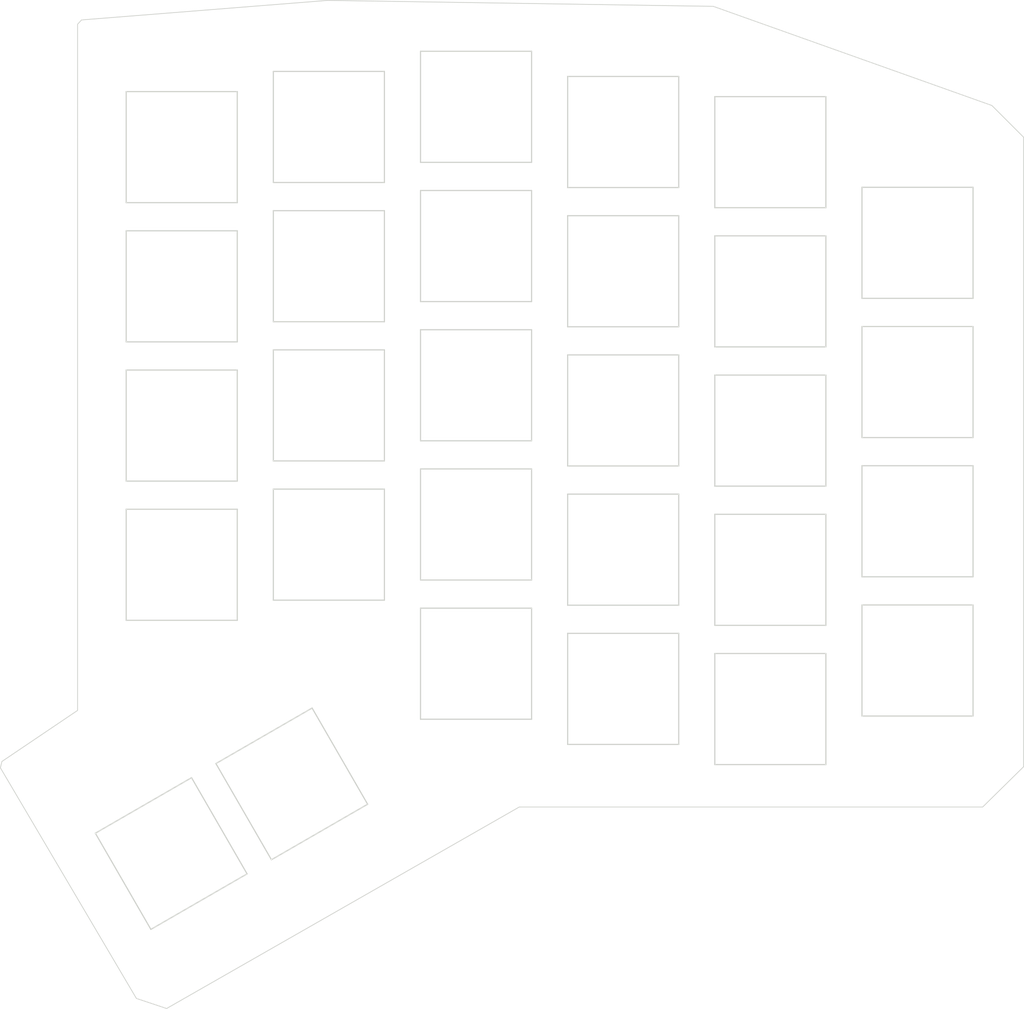
<source format=kicad_pcb>
(kicad_pcb (version 20171130) (host pcbnew 5.1.5+dfsg1-2build2)

  (general
    (thickness 1.6)
    (drawings 1)
    (tracks 0)
    (zones 0)
    (modules 34)
    (nets 1)
  )

  (page A4)
  (layers
    (0 F.Cu signal)
    (31 B.Cu signal)
    (32 B.Adhes user)
    (33 F.Adhes user)
    (34 B.Paste user)
    (35 F.Paste user)
    (36 B.SilkS user)
    (37 F.SilkS user)
    (38 B.Mask user)
    (39 F.Mask user)
    (40 Dwgs.User user)
    (41 Cmts.User user)
    (42 Eco1.User user)
    (43 Eco2.User user)
    (44 Edge.Cuts user)
    (45 Margin user)
    (46 B.CrtYd user)
    (47 F.CrtYd user)
    (48 B.Fab user)
    (49 F.Fab user)
  )

  (setup
    (last_trace_width 0.25)
    (user_trace_width 0.25)
    (user_trace_width 0.499975)
    (trace_clearance 0.2)
    (zone_clearance 0.508)
    (zone_45_only no)
    (trace_min 0.2)
    (via_size 0.8)
    (via_drill 0.4)
    (via_min_size 0.4)
    (via_min_drill 0.3)
    (uvia_size 0.3)
    (uvia_drill 0.1)
    (uvias_allowed no)
    (uvia_min_size 0.2)
    (uvia_min_drill 0.1)
    (edge_width 0.1)
    (segment_width 0.2)
    (pcb_text_width 0.3)
    (pcb_text_size 1.5 1.5)
    (mod_edge_width 0.15)
    (mod_text_size 1 1)
    (mod_text_width 0.15)
    (pad_size 2.2 2.2)
    (pad_drill 2.2)
    (pad_to_mask_clearance 0)
    (aux_axis_origin 0 0)
    (visible_elements FFFFFF7F)
    (pcbplotparams
      (layerselection 0x010fc_ffffffff)
      (usegerberextensions true)
      (usegerberattributes false)
      (usegerberadvancedattributes false)
      (creategerberjobfile false)
      (excludeedgelayer true)
      (linewidth 0.100000)
      (plotframeref false)
      (viasonmask false)
      (mode 1)
      (useauxorigin false)
      (hpglpennumber 1)
      (hpglpenspeed 20)
      (hpglpendiameter 15.000000)
      (psnegative false)
      (psa4output false)
      (plotreference true)
      (plotvalue true)
      (plotinvisibletext false)
      (padsonsilk false)
      (subtractmaskfromsilk true)
      (outputformat 1)
      (mirror false)
      (drillshape 0)
      (scaleselection 1)
      (outputdirectory "egg58-plate-gerber/"))
  )

  (net 0 "")

  (net_class Default "This is the default net class."
    (clearance 0.2)
    (trace_width 0.25)
    (via_dia 0.8)
    (via_drill 0.4)
    (uvia_dia 0.3)
    (uvia_drill 0.1)
  )

  (net_class GND ""
    (clearance 0.2)
    (trace_width 0.499975)
    (via_dia 0.8)
    (via_drill 0.4)
    (uvia_dia 0.3)
    (uvia_drill 0.1)
  )

  (net_class VCC ""
    (clearance 0.2)
    (trace_width 0.499975)
    (via_dia 0.8)
    (via_drill 0.4)
    (uvia_dia 0.3)
    (uvia_drill 0.1)
  )

  (module egg58v2:Choc_Hotswap_SK6812MiniE_Switchplate (layer F.Cu) (tedit 622196D5) (tstamp 619C188D)
    (at 198.525 70.89 180)
    (path /61F3A8EB)
    (fp_text reference SW23 (at 6.85 8.45 180) (layer F.SilkS) hide
      (effects (font (size 1 1) (thickness 0.15)))
    )
    (fp_text value SW_PUSH_LED (at -4.95 8.6 180) (layer F.Fab) hide
      (effects (font (size 1 1) (thickness 0.15)))
    )
    (fp_line (start -9.15 5.35) (end -9.15 0.65) (layer F.CrtYd) (width 0.05))
    (fp_line (start -9.15 0.65) (end -9.15 5.35) (layer B.CrtYd) (width 0.05))
    (fp_line (start -7 -7) (end -7 7) (layer Edge.Cuts) (width 0.15))
    (fp_line (start 7 7) (end -7 7) (layer Edge.Cuts) (width 0.15))
    (fp_line (start 7 -7) (end -7 -7) (layer Edge.Cuts) (width 0.15))
    (fp_line (start 7 -7) (end 7 7) (layer Edge.Cuts) (width 0.15))
    (fp_line (start 9.25 8.775) (end -9.25 8.775) (layer Dwgs.User) (width 0.15))
    (fp_line (start -9.25 8.775) (end -9.25 -8.775) (layer Dwgs.User) (width 0.15))
    (fp_line (start -9.25 -8.775) (end 9.25 -8.775) (layer Dwgs.User) (width 0.15))
    (fp_line (start 9.25 -8.775) (end 9.25 8.775) (layer Dwgs.User) (width 0.15))
  )

  (module egg58v2:Choc_Hotswap_SK6812MiniE_Switchplate (layer B.Cu) (tedit 622196D5) (tstamp 619BDDFA)
    (at 142.875 55.245)
    (path /61F26578)
    (fp_text reference SW16 (at 0 -8 180) (layer B.SilkS) hide
      (effects (font (size 1 1) (thickness 0.15)) (justify mirror))
    )
    (fp_text value SW_PUSH_LED (at 0 -2.5 180) (layer B.Fab) hide
      (effects (font (size 1 1) (thickness 0.15)) (justify mirror))
    )
    (fp_line (start -9.15 -5.35) (end -9.15 -0.65) (layer B.CrtYd) (width 0.05))
    (fp_line (start -9.15 -0.65) (end -9.15 -5.35) (layer F.CrtYd) (width 0.05))
    (fp_line (start -7 7) (end -7 -7) (layer Edge.Cuts) (width 0.15))
    (fp_line (start 7 -7) (end -7 -7) (layer Edge.Cuts) (width 0.15))
    (fp_line (start 7 7) (end -7 7) (layer Edge.Cuts) (width 0.15))
    (fp_line (start 7 7) (end 7 -7) (layer Edge.Cuts) (width 0.15))
    (fp_line (start 9.25 -8.775) (end -9.25 -8.775) (layer Dwgs.User) (width 0.15))
    (fp_line (start -9.25 -8.775) (end -9.25 8.775) (layer Dwgs.User) (width 0.15))
    (fp_line (start -9.25 8.775) (end 9.25 8.775) (layer Dwgs.User) (width 0.15))
    (fp_line (start 9.25 8.775) (end 9.25 -8.775) (layer Dwgs.User) (width 0.15))
  )

  (module egg58v2:Choc_Hotswap_SK6812MiniE_Switchplate (layer F.Cu) (tedit 622196D5) (tstamp 619C15CE)
    (at 217.075 73.43 180)
    (path /61F3A8DA)
    (fp_text reference SW22 (at 6.85 8.45 180) (layer F.SilkS) hide
      (effects (font (size 1 1) (thickness 0.15)))
    )
    (fp_text value SW_PUSH_LED (at -4.95 8.6 180) (layer F.Fab) hide
      (effects (font (size 1 1) (thickness 0.15)))
    )
    (fp_line (start -9.15 5.35) (end -9.15 0.65) (layer F.CrtYd) (width 0.05))
    (fp_line (start -9.15 0.65) (end -9.15 5.35) (layer B.CrtYd) (width 0.05))
    (fp_line (start -7 -7) (end -7 7) (layer Edge.Cuts) (width 0.15))
    (fp_line (start 7 7) (end -7 7) (layer Edge.Cuts) (width 0.15))
    (fp_line (start 7 -7) (end -7 -7) (layer Edge.Cuts) (width 0.15))
    (fp_line (start 7 -7) (end 7 7) (layer Edge.Cuts) (width 0.15))
    (fp_line (start 9.25 8.775) (end -9.25 8.775) (layer Dwgs.User) (width 0.15))
    (fp_line (start -9.25 8.775) (end -9.25 -8.775) (layer Dwgs.User) (width 0.15))
    (fp_line (start -9.25 -8.775) (end 9.25 -8.775) (layer Dwgs.User) (width 0.15))
    (fp_line (start 9.25 -8.775) (end 9.25 8.775) (layer Dwgs.User) (width 0.15))
  )

  (module egg58v2:Choc_Hotswap_SK6812MiniE_Switchplate (layer F.Cu) (tedit 622196D5) (tstamp 619C178C)
    (at 161.425 105.355 180)
    (path /61F512E5)
    (fp_text reference SW45 (at 6.85 8.45 180) (layer F.SilkS) hide
      (effects (font (size 1 1) (thickness 0.15)))
    )
    (fp_text value SW_PUSH_LED (at -4.95 8.6 180) (layer F.Fab) hide
      (effects (font (size 1 1) (thickness 0.15)))
    )
    (fp_line (start -9.15 5.35) (end -9.15 0.65) (layer F.CrtYd) (width 0.05))
    (fp_line (start -9.15 0.65) (end -9.15 5.35) (layer B.CrtYd) (width 0.05))
    (fp_line (start -7 -7) (end -7 7) (layer Edge.Cuts) (width 0.15))
    (fp_line (start 7 7) (end -7 7) (layer Edge.Cuts) (width 0.15))
    (fp_line (start 7 -7) (end -7 -7) (layer Edge.Cuts) (width 0.15))
    (fp_line (start 7 -7) (end 7 7) (layer Edge.Cuts) (width 0.15))
    (fp_line (start 9.25 8.775) (end -9.25 8.775) (layer Dwgs.User) (width 0.15))
    (fp_line (start -9.25 8.775) (end -9.25 -8.775) (layer Dwgs.User) (width 0.15))
    (fp_line (start -9.25 -8.775) (end 9.25 -8.775) (layer Dwgs.User) (width 0.15))
    (fp_line (start 9.25 -8.775) (end 9.25 8.775) (layer Dwgs.User) (width 0.15))
  )

  (module egg58v2:Choc_Hotswap_SK6812MiniE_Switchplate (layer B.Cu) (tedit 622196D5) (tstamp 619C0E6B)
    (at 161.425 52.705)
    (path /61F16AA5)
    (fp_text reference SW15 (at 6.85 -8.45 180) (layer B.SilkS) hide
      (effects (font (size 1 1) (thickness 0.15)) (justify mirror))
    )
    (fp_text value SW_PUSH_LED (at -4.95 -8.6 180) (layer B.Fab) hide
      (effects (font (size 1 1) (thickness 0.15)) (justify mirror))
    )
    (fp_line (start -9.15 -5.35) (end -9.15 -0.65) (layer B.CrtYd) (width 0.05))
    (fp_line (start -9.15 -0.65) (end -9.15 -5.35) (layer F.CrtYd) (width 0.05))
    (fp_line (start -7 7) (end -7 -7) (layer Edge.Cuts) (width 0.15))
    (fp_line (start 7 -7) (end -7 -7) (layer Edge.Cuts) (width 0.15))
    (fp_line (start 7 7) (end -7 7) (layer Edge.Cuts) (width 0.15))
    (fp_line (start 7 7) (end 7 -7) (layer Edge.Cuts) (width 0.15))
    (fp_line (start 9.25 -8.775) (end -9.25 -8.775) (layer Dwgs.User) (width 0.15))
    (fp_line (start -9.25 -8.775) (end -9.25 8.775) (layer Dwgs.User) (width 0.15))
    (fp_line (start -9.25 8.775) (end 9.25 8.775) (layer Dwgs.User) (width 0.15))
    (fp_line (start 9.25 8.775) (end 9.25 -8.775) (layer Dwgs.User) (width 0.15))
  )

  (module egg58v2:Choc_Hotswap_SK6812MiniE_Switchplate (layer F.Cu) (tedit 622196D5) (tstamp 619C16AD)
    (at 141.548975 144.294846 120)
    (path /61F659A4)
    (fp_text reference SW56 (at 6.85 8.45 120) (layer F.SilkS) hide
      (effects (font (size 1 1) (thickness 0.15)))
    )
    (fp_text value SW_PUSH_LED (at -4.95 8.599999 120) (layer F.Fab) hide
      (effects (font (size 1 1) (thickness 0.15)))
    )
    (fp_line (start -9.15 5.35) (end -9.15 0.65) (layer F.CrtYd) (width 0.05))
    (fp_line (start -9.15 0.65) (end -9.15 5.35) (layer B.CrtYd) (width 0.05))
    (fp_line (start -7 -7) (end -7 7) (layer Edge.Cuts) (width 0.15))
    (fp_line (start 7 7) (end -7 7) (layer Edge.Cuts) (width 0.15))
    (fp_line (start 7 -7) (end -7 -7) (layer Edge.Cuts) (width 0.15))
    (fp_line (start 7 -7) (end 7 7) (layer Edge.Cuts) (width 0.15))
    (fp_line (start 9.25 8.775) (end -9.25 8.775) (layer Dwgs.User) (width 0.15))
    (fp_line (start -9.25 8.775) (end -9.25 -8.775) (layer Dwgs.User) (width 0.15))
    (fp_line (start -9.25 -8.775) (end 9.25 -8.775) (layer Dwgs.User) (width 0.15))
    (fp_line (start 9.25 -8.775) (end 9.25 8.775) (layer Dwgs.User) (width 0.15))
  )

  (module egg58v2:Choc_Hotswap_SK6812MiniE_Switchplate (layer F.Cu) (tedit 622196D5) (tstamp 61EEF04E)
    (at 235.625 119.96 180)
    (path /61F512A8)
    (fp_text reference SW41 (at 0 8.5 180) (layer F.SilkS) hide
      (effects (font (size 1 1) (thickness 0.15)))
    )
    (fp_text value SW_PUSH_LED (at 0 10.5 180) (layer F.Fab) hide
      (effects (font (size 1 1) (thickness 0.15)))
    )
    (fp_line (start -9.15 5.35) (end -9.15 0.65) (layer F.CrtYd) (width 0.05))
    (fp_line (start -9.15 0.65) (end -9.15 5.35) (layer B.CrtYd) (width 0.05))
    (fp_line (start -7 -7) (end -7 7) (layer Edge.Cuts) (width 0.15))
    (fp_line (start 7 7) (end -7 7) (layer Edge.Cuts) (width 0.15))
    (fp_line (start 7 -7) (end -7 -7) (layer Edge.Cuts) (width 0.15))
    (fp_line (start 7 -7) (end 7 7) (layer Edge.Cuts) (width 0.15))
    (fp_line (start 9.25 8.775) (end -9.25 8.775) (layer Dwgs.User) (width 0.15))
    (fp_line (start -9.25 8.775) (end -9.25 -8.775) (layer Dwgs.User) (width 0.15))
    (fp_line (start -9.25 -8.775) (end 9.25 -8.775) (layer Dwgs.User) (width 0.15))
    (fp_line (start 9.25 -8.775) (end 9.25 8.775) (layer Dwgs.User) (width 0.15))
  )

  (module egg58v2:Choc_Hotswap_SK6812MiniE_Switchplate (layer B.Cu) (tedit 622196D5) (tstamp 61EEACEF)
    (at 235.625 67.30958)
    (path /621F1397)
    (fp_text reference SW11 (at 0 -8.5 180) (layer B.SilkS) hide
      (effects (font (size 1 1) (thickness 0.15)) (justify mirror))
    )
    (fp_text value SW_PUSH_LED (at 0 -10.5 180) (layer B.Fab) hide
      (effects (font (size 1 1) (thickness 0.15)) (justify mirror))
    )
    (fp_line (start -9.15 -5.35) (end -9.15 -0.65) (layer B.CrtYd) (width 0.05))
    (fp_line (start -9.15 -0.65) (end -9.15 -5.35) (layer F.CrtYd) (width 0.05))
    (fp_line (start -7 7) (end -7 -7) (layer Edge.Cuts) (width 0.15))
    (fp_line (start 7 -7) (end -7 -7) (layer Edge.Cuts) (width 0.15))
    (fp_line (start 7 7) (end -7 7) (layer Edge.Cuts) (width 0.15))
    (fp_line (start 7 7) (end 7 -7) (layer Edge.Cuts) (width 0.15))
    (fp_line (start 9.25 -8.775) (end -9.25 -8.775) (layer Dwgs.User) (width 0.15))
    (fp_line (start -9.25 -8.775) (end -9.25 8.775) (layer Dwgs.User) (width 0.15))
    (fp_line (start -9.25 8.775) (end 9.25 8.775) (layer Dwgs.User) (width 0.15))
    (fp_line (start 9.25 8.775) (end 9.25 -8.775) (layer Dwgs.User) (width 0.15))
  )

  (module egg58v2:Choc_Hotswap_SK6812MiniE_Switchplate (layer B.Cu) (tedit 622196D5) (tstamp 619C188D)
    (at 198.525 88.44)
    (path /61F48C27)
    (fp_text reference SW33 (at 6.85 -8.45 180) (layer B.SilkS) hide
      (effects (font (size 1 1) (thickness 0.15)) (justify mirror))
    )
    (fp_text value SW_PUSH_LED (at -4.95 -8.6 180) (layer B.Fab) hide
      (effects (font (size 1 1) (thickness 0.15)) (justify mirror))
    )
    (fp_line (start -9.15 -5.35) (end -9.15 -0.65) (layer B.CrtYd) (width 0.05))
    (fp_line (start -9.15 -0.65) (end -9.15 -5.35) (layer F.CrtYd) (width 0.05))
    (fp_line (start -7 7) (end -7 -7) (layer Edge.Cuts) (width 0.15))
    (fp_line (start 7 -7) (end -7 -7) (layer Edge.Cuts) (width 0.15))
    (fp_line (start 7 7) (end -7 7) (layer Edge.Cuts) (width 0.15))
    (fp_line (start 7 7) (end 7 -7) (layer Edge.Cuts) (width 0.15))
    (fp_line (start 9.25 -8.775) (end -9.25 -8.775) (layer Dwgs.User) (width 0.15))
    (fp_line (start -9.25 -8.775) (end -9.25 8.775) (layer Dwgs.User) (width 0.15))
    (fp_line (start -9.25 8.775) (end 9.25 8.775) (layer Dwgs.User) (width 0.15))
    (fp_line (start 9.25 8.775) (end 9.25 -8.775) (layer Dwgs.User) (width 0.15))
  )

  (module egg58v2:Choc_Hotswap_SK6812MiniE_Switchplate (layer B.Cu) (tedit 622196D5) (tstamp 619C1A6D)
    (at 179.975 120.365)
    (path /61F6597E)
    (fp_text reference SW54 (at 6.85 -8.45 180) (layer B.SilkS) hide
      (effects (font (size 1 1) (thickness 0.15)) (justify mirror))
    )
    (fp_text value SW_PUSH_LED (at -4.95 -8.6 180) (layer B.Fab) hide
      (effects (font (size 1 1) (thickness 0.15)) (justify mirror))
    )
    (fp_line (start -9.15 -5.35) (end -9.15 -0.65) (layer B.CrtYd) (width 0.05))
    (fp_line (start -9.15 -0.65) (end -9.15 -5.35) (layer F.CrtYd) (width 0.05))
    (fp_line (start -7 7) (end -7 -7) (layer Edge.Cuts) (width 0.15))
    (fp_line (start 7 -7) (end -7 -7) (layer Edge.Cuts) (width 0.15))
    (fp_line (start 7 7) (end -7 7) (layer Edge.Cuts) (width 0.15))
    (fp_line (start 7 7) (end 7 -7) (layer Edge.Cuts) (width 0.15))
    (fp_line (start 9.25 -8.775) (end -9.25 -8.775) (layer Dwgs.User) (width 0.15))
    (fp_line (start -9.25 -8.775) (end -9.25 8.775) (layer Dwgs.User) (width 0.15))
    (fp_line (start -9.25 8.775) (end 9.25 8.775) (layer Dwgs.User) (width 0.15))
    (fp_line (start 9.25 8.775) (end 9.25 -8.775) (layer Dwgs.User) (width 0.15))
  )

  (module egg58v2:Choc_Hotswap_SK6812MiniE_Switchplate (layer F.Cu) (tedit 622196D5) (tstamp 619C15CE)
    (at 217.075 108.53 180)
    (path /61F512B3)
    (fp_text reference SW42 (at 6.85 8.45 180) (layer F.SilkS) hide
      (effects (font (size 1 1) (thickness 0.15)))
    )
    (fp_text value SW_PUSH_LED (at -4.95 8.6 180) (layer F.Fab) hide
      (effects (font (size 1 1) (thickness 0.15)))
    )
    (fp_line (start -9.15 5.35) (end -9.15 0.65) (layer F.CrtYd) (width 0.05))
    (fp_line (start -9.15 0.65) (end -9.15 5.35) (layer B.CrtYd) (width 0.05))
    (fp_line (start -7 -7) (end -7 7) (layer Edge.Cuts) (width 0.15))
    (fp_line (start 7 7) (end -7 7) (layer Edge.Cuts) (width 0.15))
    (fp_line (start 7 -7) (end -7 -7) (layer Edge.Cuts) (width 0.15))
    (fp_line (start 7 -7) (end 7 7) (layer Edge.Cuts) (width 0.15))
    (fp_line (start 9.25 8.775) (end -9.25 8.775) (layer Dwgs.User) (width 0.15))
    (fp_line (start -9.25 8.775) (end -9.25 -8.775) (layer Dwgs.User) (width 0.15))
    (fp_line (start -9.25 -8.775) (end 9.25 -8.775) (layer Dwgs.User) (width 0.15))
    (fp_line (start 9.25 -8.775) (end 9.25 8.775) (layer Dwgs.User) (width 0.15))
  )

  (module egg58v2:Choc_Hotswap_SK6812MiniE_Switchplate (layer F.Cu) (tedit 622196D5) (tstamp 619C16AD)
    (at 142.875 107.895 180)
    (path /61F512FB)
    (fp_text reference SW46 (at 6.85 8.45 180) (layer F.SilkS) hide
      (effects (font (size 1 1) (thickness 0.15)))
    )
    (fp_text value SW_PUSH_LED (at -4.95 8.6 180) (layer F.Fab) hide
      (effects (font (size 1 1) (thickness 0.15)))
    )
    (fp_line (start -9.15 5.35) (end -9.15 0.65) (layer F.CrtYd) (width 0.05))
    (fp_line (start -9.15 0.65) (end -9.15 5.35) (layer B.CrtYd) (width 0.05))
    (fp_line (start -7 -7) (end -7 7) (layer Edge.Cuts) (width 0.15))
    (fp_line (start 7 7) (end -7 7) (layer Edge.Cuts) (width 0.15))
    (fp_line (start 7 -7) (end -7 -7) (layer Edge.Cuts) (width 0.15))
    (fp_line (start 7 -7) (end 7 7) (layer Edge.Cuts) (width 0.15))
    (fp_line (start 9.25 8.775) (end -9.25 8.775) (layer Dwgs.User) (width 0.15))
    (fp_line (start -9.25 8.775) (end -9.25 -8.775) (layer Dwgs.User) (width 0.15))
    (fp_line (start -9.25 -8.775) (end 9.25 -8.775) (layer Dwgs.User) (width 0.15))
    (fp_line (start 9.25 -8.775) (end 9.25 8.775) (layer Dwgs.User) (width 0.15))
  )

  (module egg58v2:Choc_Hotswap_SK6812MiniE_Switchplate (layer F.Cu) (tedit 622196D5) (tstamp 619C16AD)
    (at 142.875 72.795 180)
    (path /61F3A922)
    (fp_text reference SW26 (at 6.85 8.45 180) (layer F.SilkS) hide
      (effects (font (size 1 1) (thickness 0.15)))
    )
    (fp_text value SW_PUSH_LED (at -4.95 8.6 180) (layer F.Fab) hide
      (effects (font (size 1 1) (thickness 0.15)))
    )
    (fp_line (start -9.15 5.35) (end -9.15 0.65) (layer F.CrtYd) (width 0.05))
    (fp_line (start -9.15 0.65) (end -9.15 5.35) (layer B.CrtYd) (width 0.05))
    (fp_line (start -7 -7) (end -7 7) (layer Edge.Cuts) (width 0.15))
    (fp_line (start 7 7) (end -7 7) (layer Edge.Cuts) (width 0.15))
    (fp_line (start 7 -7) (end -7 -7) (layer Edge.Cuts) (width 0.15))
    (fp_line (start 7 -7) (end 7 7) (layer Edge.Cuts) (width 0.15))
    (fp_line (start 9.25 8.775) (end -9.25 8.775) (layer Dwgs.User) (width 0.15))
    (fp_line (start -9.25 8.775) (end -9.25 -8.775) (layer Dwgs.User) (width 0.15))
    (fp_line (start -9.25 -8.775) (end 9.25 -8.775) (layer Dwgs.User) (width 0.15))
    (fp_line (start 9.25 -8.775) (end 9.25 8.775) (layer Dwgs.User) (width 0.15))
  )

  (module egg58v2:Choc_Hotswap_SK6812MiniE_Switchplate (layer B.Cu) (tedit 622196D5) (tstamp 619C198E)
    (at 235.625 102.41)
    (path /61F48C05)
    (fp_text reference SW31 (at 6.85 -8.45 180) (layer B.SilkS) hide
      (effects (font (size 1 1) (thickness 0.15)) (justify mirror))
    )
    (fp_text value SW_PUSH_LED (at -4.95 -8.6 180) (layer B.Fab) hide
      (effects (font (size 1 1) (thickness 0.15)) (justify mirror))
    )
    (fp_line (start -9.15 -5.35) (end -9.15 -0.65) (layer B.CrtYd) (width 0.05))
    (fp_line (start -9.15 -0.65) (end -9.15 -5.35) (layer F.CrtYd) (width 0.05))
    (fp_line (start -7 7) (end -7 -7) (layer Edge.Cuts) (width 0.15))
    (fp_line (start 7 -7) (end -7 -7) (layer Edge.Cuts) (width 0.15))
    (fp_line (start 7 7) (end -7 7) (layer Edge.Cuts) (width 0.15))
    (fp_line (start 7 7) (end 7 -7) (layer Edge.Cuts) (width 0.15))
    (fp_line (start 9.25 -8.775) (end -9.25 -8.775) (layer Dwgs.User) (width 0.15))
    (fp_line (start -9.25 -8.775) (end -9.25 8.775) (layer Dwgs.User) (width 0.15))
    (fp_line (start -9.25 8.775) (end 9.25 8.775) (layer Dwgs.User) (width 0.15))
    (fp_line (start 9.25 8.775) (end 9.25 -8.775) (layer Dwgs.User) (width 0.15))
  )

  (module egg58v2:Choc_Hotswap_SK6812MiniE_Switchplate (layer B.Cu) (tedit 622196D5) (tstamp 619C0E6B)
    (at 179.975 50.165)
    (path /61F15C69)
    (fp_text reference SW14 (at 6.85 -8.45 180) (layer B.SilkS) hide
      (effects (font (size 1 1) (thickness 0.15)) (justify mirror))
    )
    (fp_text value SW_PUSH_LED (at -4.95 -8.6 180) (layer B.Fab) hide
      (effects (font (size 1 1) (thickness 0.15)) (justify mirror))
    )
    (fp_line (start -9.15 -5.35) (end -9.15 -0.65) (layer B.CrtYd) (width 0.05))
    (fp_line (start -9.15 -0.65) (end -9.15 -5.35) (layer F.CrtYd) (width 0.05))
    (fp_line (start -7 7) (end -7 -7) (layer Edge.Cuts) (width 0.15))
    (fp_line (start 7 -7) (end -7 -7) (layer Edge.Cuts) (width 0.15))
    (fp_line (start 7 7) (end -7 7) (layer Edge.Cuts) (width 0.15))
    (fp_line (start 7 7) (end 7 -7) (layer Edge.Cuts) (width 0.15))
    (fp_line (start 9.25 -8.775) (end -9.25 -8.775) (layer Dwgs.User) (width 0.15))
    (fp_line (start -9.25 -8.775) (end -9.25 8.775) (layer Dwgs.User) (width 0.15))
    (fp_line (start -9.25 8.775) (end 9.25 8.775) (layer Dwgs.User) (width 0.15))
    (fp_line (start 9.25 8.775) (end 9.25 -8.775) (layer Dwgs.User) (width 0.15))
  )

  (module egg58v2:Choc_Hotswap_SK6812MiniE_Switchplate (layer B.Cu) (tedit 622196D5) (tstamp 619C0E6B)
    (at 198.525 53.34)
    (path /61F15471)
    (fp_text reference SW13 (at 6.85 -8.45 180) (layer B.SilkS) hide
      (effects (font (size 1 1) (thickness 0.15)) (justify mirror))
    )
    (fp_text value SW_PUSH_LED (at -4.95 -8.6 180) (layer B.Fab) hide
      (effects (font (size 1 1) (thickness 0.15)) (justify mirror))
    )
    (fp_line (start -9.15 -5.35) (end -9.15 -0.65) (layer B.CrtYd) (width 0.05))
    (fp_line (start -9.15 -0.65) (end -9.15 -5.35) (layer F.CrtYd) (width 0.05))
    (fp_line (start -7 7) (end -7 -7) (layer Edge.Cuts) (width 0.15))
    (fp_line (start 7 -7) (end -7 -7) (layer Edge.Cuts) (width 0.15))
    (fp_line (start 7 7) (end -7 7) (layer Edge.Cuts) (width 0.15))
    (fp_line (start 7 7) (end 7 -7) (layer Edge.Cuts) (width 0.15))
    (fp_line (start 9.25 -8.775) (end -9.25 -8.775) (layer Dwgs.User) (width 0.15))
    (fp_line (start -9.25 -8.775) (end -9.25 8.775) (layer Dwgs.User) (width 0.15))
    (fp_line (start -9.25 8.775) (end 9.25 8.775) (layer Dwgs.User) (width 0.15))
    (fp_line (start 9.25 8.775) (end 9.25 -8.775) (layer Dwgs.User) (width 0.15))
  )

  (module egg58v2:Choc_Hotswap_SK6812MiniE_Switchplate (layer B.Cu) (tedit 622196D5) (tstamp 619C188D)
    (at 198.525 123.54)
    (path /61F6596D)
    (fp_text reference SW53 (at 6.85 -8.45 180) (layer B.SilkS) hide
      (effects (font (size 1 1) (thickness 0.15)) (justify mirror))
    )
    (fp_text value SW_PUSH_LED (at -4.95 -8.6 180) (layer B.Fab) hide
      (effects (font (size 1 1) (thickness 0.15)) (justify mirror))
    )
    (fp_line (start -9.15 -5.35) (end -9.15 -0.65) (layer B.CrtYd) (width 0.05))
    (fp_line (start -9.15 -0.65) (end -9.15 -5.35) (layer F.CrtYd) (width 0.05))
    (fp_line (start -7 7) (end -7 -7) (layer Edge.Cuts) (width 0.15))
    (fp_line (start 7 -7) (end -7 -7) (layer Edge.Cuts) (width 0.15))
    (fp_line (start 7 7) (end -7 7) (layer Edge.Cuts) (width 0.15))
    (fp_line (start 7 7) (end 7 -7) (layer Edge.Cuts) (width 0.15))
    (fp_line (start 9.25 -8.775) (end -9.25 -8.775) (layer Dwgs.User) (width 0.15))
    (fp_line (start -9.25 -8.775) (end -9.25 8.775) (layer Dwgs.User) (width 0.15))
    (fp_line (start -9.25 8.775) (end 9.25 8.775) (layer Dwgs.User) (width 0.15))
    (fp_line (start 9.25 8.775) (end 9.25 -8.775) (layer Dwgs.User) (width 0.15))
  )

  (module egg58v2:Choc_Hotswap_SK6812MiniE_Switchplate (layer F.Cu) (tedit 622196D5) (tstamp 619C178C)
    (at 156.746509 135.515401 120)
    (path /61F6598E)
    (fp_text reference SW55 (at 6.85 8.45 300) (layer F.SilkS) hide
      (effects (font (size 1 1) (thickness 0.15)))
    )
    (fp_text value SW_PUSH_LED (at -4.95 8.599999 300) (layer F.Fab) hide
      (effects (font (size 1 1) (thickness 0.15)))
    )
    (fp_line (start -9.15 5.35) (end -9.15 0.65) (layer F.CrtYd) (width 0.05))
    (fp_line (start -9.15 0.65) (end -9.15 5.35) (layer B.CrtYd) (width 0.05))
    (fp_line (start -7 -7) (end -7 7) (layer Edge.Cuts) (width 0.15))
    (fp_line (start 7 7) (end -7 7) (layer Edge.Cuts) (width 0.15))
    (fp_line (start 7 -7) (end -7 -7) (layer Edge.Cuts) (width 0.15))
    (fp_line (start 7 -7) (end 7 7) (layer Edge.Cuts) (width 0.15))
    (fp_line (start 9.25 8.775) (end -9.25 8.775) (layer Dwgs.User) (width 0.15))
    (fp_line (start -9.25 8.775) (end -9.25 -8.775) (layer Dwgs.User) (width 0.15))
    (fp_line (start -9.25 -8.775) (end 9.25 -8.775) (layer Dwgs.User) (width 0.15))
    (fp_line (start 9.25 -8.775) (end 9.25 8.775) (layer Dwgs.User) (width 0.15))
  )

  (module egg58v2:Choc_Hotswap_SK6812MiniE_Switchplate (layer B.Cu) (tedit 622196D5) (tstamp 619C15CE)
    (at 217.075 126.08)
    (path /61F6595C)
    (fp_text reference SW52 (at 6.85 -8.45 180) (layer B.SilkS) hide
      (effects (font (size 1 1) (thickness 0.15)) (justify mirror))
    )
    (fp_text value SW_PUSH_LED (at -4.95 -8.6 180) (layer B.Fab) hide
      (effects (font (size 1 1) (thickness 0.15)) (justify mirror))
    )
    (fp_line (start -9.15 -5.35) (end -9.15 -0.65) (layer B.CrtYd) (width 0.05))
    (fp_line (start -9.15 -0.65) (end -9.15 -5.35) (layer F.CrtYd) (width 0.05))
    (fp_line (start -7 7) (end -7 -7) (layer Edge.Cuts) (width 0.15))
    (fp_line (start 7 -7) (end -7 -7) (layer Edge.Cuts) (width 0.15))
    (fp_line (start 7 7) (end -7 7) (layer Edge.Cuts) (width 0.15))
    (fp_line (start 7 7) (end 7 -7) (layer Edge.Cuts) (width 0.15))
    (fp_line (start 9.25 -8.775) (end -9.25 -8.775) (layer Dwgs.User) (width 0.15))
    (fp_line (start -9.25 -8.775) (end -9.25 8.775) (layer Dwgs.User) (width 0.15))
    (fp_line (start -9.25 8.775) (end 9.25 8.775) (layer Dwgs.User) (width 0.15))
    (fp_line (start 9.25 8.775) (end 9.25 -8.775) (layer Dwgs.User) (width 0.15))
  )

  (module egg58v2:Choc_Hotswap_SK6812MiniE_Switchplate (layer F.Cu) (tedit 622196D5) (tstamp 619C1A6D)
    (at 179.975 102.815 180)
    (path /61F512D5)
    (fp_text reference SW44 (at 6.85 8.45 180) (layer F.SilkS) hide
      (effects (font (size 1 1) (thickness 0.15)))
    )
    (fp_text value SW_PUSH_LED (at -4.95 8.6 180) (layer F.Fab) hide
      (effects (font (size 1 1) (thickness 0.15)))
    )
    (fp_line (start -9.15 5.35) (end -9.15 0.65) (layer F.CrtYd) (width 0.05))
    (fp_line (start -9.15 0.65) (end -9.15 5.35) (layer B.CrtYd) (width 0.05))
    (fp_line (start -7 -7) (end -7 7) (layer Edge.Cuts) (width 0.15))
    (fp_line (start 7 7) (end -7 7) (layer Edge.Cuts) (width 0.15))
    (fp_line (start 7 -7) (end -7 -7) (layer Edge.Cuts) (width 0.15))
    (fp_line (start 7 -7) (end 7 7) (layer Edge.Cuts) (width 0.15))
    (fp_line (start 9.25 8.775) (end -9.25 8.775) (layer Dwgs.User) (width 0.15))
    (fp_line (start -9.25 8.775) (end -9.25 -8.775) (layer Dwgs.User) (width 0.15))
    (fp_line (start -9.25 -8.775) (end 9.25 -8.775) (layer Dwgs.User) (width 0.15))
    (fp_line (start 9.25 -8.775) (end 9.25 8.775) (layer Dwgs.User) (width 0.15))
  )

  (module egg58v2:Choc_Hotswap_SK6812MiniE_Switchplate (layer F.Cu) (tedit 622196D5) (tstamp 619C188D)
    (at 198.525 105.99 180)
    (path /61F512C4)
    (fp_text reference SW43 (at 6.85 8.45 180) (layer F.SilkS) hide
      (effects (font (size 1 1) (thickness 0.15)))
    )
    (fp_text value SW_PUSH_LED (at -4.95 8.6 180) (layer F.Fab) hide
      (effects (font (size 1 1) (thickness 0.15)))
    )
    (fp_line (start -9.15 5.35) (end -9.15 0.65) (layer F.CrtYd) (width 0.05))
    (fp_line (start -9.15 0.65) (end -9.15 5.35) (layer B.CrtYd) (width 0.05))
    (fp_line (start -7 -7) (end -7 7) (layer Edge.Cuts) (width 0.15))
    (fp_line (start 7 7) (end -7 7) (layer Edge.Cuts) (width 0.15))
    (fp_line (start 7 -7) (end -7 -7) (layer Edge.Cuts) (width 0.15))
    (fp_line (start 7 -7) (end 7 7) (layer Edge.Cuts) (width 0.15))
    (fp_line (start 9.25 8.775) (end -9.25 8.775) (layer Dwgs.User) (width 0.15))
    (fp_line (start -9.25 8.775) (end -9.25 -8.775) (layer Dwgs.User) (width 0.15))
    (fp_line (start -9.25 -8.775) (end 9.25 -8.775) (layer Dwgs.User) (width 0.15))
    (fp_line (start 9.25 -8.775) (end 9.25 8.775) (layer Dwgs.User) (width 0.15))
  )

  (module egg58v2:Choc_Hotswap_SK6812MiniE_Switchplate (layer B.Cu) (tedit 622196D5) (tstamp 619C1A6D)
    (at 179.975 85.265)
    (path /61F48C38)
    (fp_text reference SW34 (at 6.85 -8.45 180) (layer B.SilkS) hide
      (effects (font (size 1 1) (thickness 0.15)) (justify mirror))
    )
    (fp_text value SW_PUSH_LED (at -4.95 -8.6 180) (layer B.Fab) hide
      (effects (font (size 1 1) (thickness 0.15)) (justify mirror))
    )
    (fp_line (start -9.15 -5.35) (end -9.15 -0.65) (layer B.CrtYd) (width 0.05))
    (fp_line (start -9.15 -0.65) (end -9.15 -5.35) (layer F.CrtYd) (width 0.05))
    (fp_line (start -7 7) (end -7 -7) (layer Edge.Cuts) (width 0.15))
    (fp_line (start 7 -7) (end -7 -7) (layer Edge.Cuts) (width 0.15))
    (fp_line (start 7 7) (end -7 7) (layer Edge.Cuts) (width 0.15))
    (fp_line (start 7 7) (end 7 -7) (layer Edge.Cuts) (width 0.15))
    (fp_line (start 9.25 -8.775) (end -9.25 -8.775) (layer Dwgs.User) (width 0.15))
    (fp_line (start -9.25 -8.775) (end -9.25 8.775) (layer Dwgs.User) (width 0.15))
    (fp_line (start -9.25 8.775) (end 9.25 8.775) (layer Dwgs.User) (width 0.15))
    (fp_line (start 9.25 8.775) (end 9.25 -8.775) (layer Dwgs.User) (width 0.15))
  )

  (module egg58v2:Choc_Hotswap_SK6812MiniE_Switchplate (layer B.Cu) (tedit 622196D5) (tstamp 619C178C)
    (at 161.425 87.805)
    (path /61F48C48)
    (fp_text reference SW35 (at 6.85 -8.45 180) (layer B.SilkS) hide
      (effects (font (size 1 1) (thickness 0.15)) (justify mirror))
    )
    (fp_text value SW_PUSH_LED (at -4.95 -8.6 180) (layer B.Fab) hide
      (effects (font (size 1 1) (thickness 0.15)) (justify mirror))
    )
    (fp_line (start -9.15 -5.35) (end -9.15 -0.65) (layer B.CrtYd) (width 0.05))
    (fp_line (start -9.15 -0.65) (end -9.15 -5.35) (layer F.CrtYd) (width 0.05))
    (fp_line (start -7 7) (end -7 -7) (layer Edge.Cuts) (width 0.15))
    (fp_line (start 7 -7) (end -7 -7) (layer Edge.Cuts) (width 0.15))
    (fp_line (start 7 7) (end -7 7) (layer Edge.Cuts) (width 0.15))
    (fp_line (start 7 7) (end 7 -7) (layer Edge.Cuts) (width 0.15))
    (fp_line (start 9.25 -8.775) (end -9.25 -8.775) (layer Dwgs.User) (width 0.15))
    (fp_line (start -9.25 -8.775) (end -9.25 8.775) (layer Dwgs.User) (width 0.15))
    (fp_line (start -9.25 8.775) (end 9.25 8.775) (layer Dwgs.User) (width 0.15))
    (fp_line (start 9.25 8.775) (end 9.25 -8.775) (layer Dwgs.User) (width 0.15))
  )

  (module egg58v2:Choc_Hotswap_SK6812MiniE_Switchplate (layer B.Cu) (tedit 622196D5) (tstamp 619C16AD)
    (at 142.875 90.345)
    (path /61F48C5E)
    (fp_text reference SW36 (at 6.85 -8.45 180) (layer B.SilkS) hide
      (effects (font (size 1 1) (thickness 0.15)) (justify mirror))
    )
    (fp_text value SW_PUSH_LED (at -4.95 -8.6 180) (layer B.Fab) hide
      (effects (font (size 1 1) (thickness 0.15)) (justify mirror))
    )
    (fp_line (start -9.15 -5.35) (end -9.15 -0.65) (layer B.CrtYd) (width 0.05))
    (fp_line (start -9.15 -0.65) (end -9.15 -5.35) (layer F.CrtYd) (width 0.05))
    (fp_line (start -7 7) (end -7 -7) (layer Edge.Cuts) (width 0.15))
    (fp_line (start 7 -7) (end -7 -7) (layer Edge.Cuts) (width 0.15))
    (fp_line (start 7 7) (end -7 7) (layer Edge.Cuts) (width 0.15))
    (fp_line (start 7 7) (end 7 -7) (layer Edge.Cuts) (width 0.15))
    (fp_line (start 9.25 -8.775) (end -9.25 -8.775) (layer Dwgs.User) (width 0.15))
    (fp_line (start -9.25 -8.775) (end -9.25 8.775) (layer Dwgs.User) (width 0.15))
    (fp_line (start -9.25 8.775) (end 9.25 8.775) (layer Dwgs.User) (width 0.15))
    (fp_line (start 9.25 8.775) (end 9.25 -8.775) (layer Dwgs.User) (width 0.15))
  )

  (module egg58v2:Choc_Hotswap_SK6812MiniE_Switchplate (layer B.Cu) (tedit 622196D5) (tstamp 619C15CE)
    (at 217.075 90.98)
    (path /61F48C16)
    (fp_text reference SW32 (at 6.85 -8.45 180) (layer B.SilkS) hide
      (effects (font (size 1 1) (thickness 0.15)) (justify mirror))
    )
    (fp_text value SW_PUSH_LED (at -4.95 -8.6 180) (layer B.Fab) hide
      (effects (font (size 1 1) (thickness 0.15)) (justify mirror))
    )
    (fp_line (start -9.15 -5.35) (end -9.15 -0.65) (layer B.CrtYd) (width 0.05))
    (fp_line (start -9.15 -0.65) (end -9.15 -5.35) (layer F.CrtYd) (width 0.05))
    (fp_line (start -7 7) (end -7 -7) (layer Edge.Cuts) (width 0.15))
    (fp_line (start 7 -7) (end -7 -7) (layer Edge.Cuts) (width 0.15))
    (fp_line (start 7 7) (end -7 7) (layer Edge.Cuts) (width 0.15))
    (fp_line (start 7 7) (end 7 -7) (layer Edge.Cuts) (width 0.15))
    (fp_line (start 9.25 -8.775) (end -9.25 -8.775) (layer Dwgs.User) (width 0.15))
    (fp_line (start -9.25 -8.775) (end -9.25 8.775) (layer Dwgs.User) (width 0.15))
    (fp_line (start -9.25 8.775) (end 9.25 8.775) (layer Dwgs.User) (width 0.15))
    (fp_line (start 9.25 8.775) (end 9.25 -8.775) (layer Dwgs.User) (width 0.15))
  )

  (module egg58v2:Choc_Hotswap_SK6812MiniE_Switchplate (layer F.Cu) (tedit 622196D5) (tstamp 619C1A6D)
    (at 179.975 67.715 180)
    (path /61F3A8FC)
    (fp_text reference SW24 (at 6.85 8.45 180) (layer F.SilkS) hide
      (effects (font (size 1 1) (thickness 0.15)))
    )
    (fp_text value SW_PUSH_LED (at -4.95 8.6 180) (layer F.Fab) hide
      (effects (font (size 1 1) (thickness 0.15)))
    )
    (fp_line (start -9.15 5.35) (end -9.15 0.65) (layer F.CrtYd) (width 0.05))
    (fp_line (start -9.15 0.65) (end -9.15 5.35) (layer B.CrtYd) (width 0.05))
    (fp_line (start -7 -7) (end -7 7) (layer Edge.Cuts) (width 0.15))
    (fp_line (start 7 7) (end -7 7) (layer Edge.Cuts) (width 0.15))
    (fp_line (start 7 -7) (end -7 -7) (layer Edge.Cuts) (width 0.15))
    (fp_line (start 7 -7) (end 7 7) (layer Edge.Cuts) (width 0.15))
    (fp_line (start 9.25 8.775) (end -9.25 8.775) (layer Dwgs.User) (width 0.15))
    (fp_line (start -9.25 8.775) (end -9.25 -8.775) (layer Dwgs.User) (width 0.15))
    (fp_line (start -9.25 -8.775) (end 9.25 -8.775) (layer Dwgs.User) (width 0.15))
    (fp_line (start 9.25 -8.775) (end 9.25 8.775) (layer Dwgs.User) (width 0.15))
  )

  (module egg58v2:Choc_Hotswap_SK6812MiniE_Switchplate (layer F.Cu) (tedit 622196D5) (tstamp 619C198E)
    (at 235.625 84.86 180)
    (path /61F3A8C9)
    (fp_text reference SW21 (at 6.85 8.45 180) (layer F.SilkS) hide
      (effects (font (size 1 1) (thickness 0.15)))
    )
    (fp_text value SW_PUSH_LED (at -4.95 8.6 180) (layer F.Fab) hide
      (effects (font (size 1 1) (thickness 0.15)))
    )
    (fp_line (start -9.15 5.35) (end -9.15 0.65) (layer F.CrtYd) (width 0.05))
    (fp_line (start -9.15 0.65) (end -9.15 5.35) (layer B.CrtYd) (width 0.05))
    (fp_line (start -7 -7) (end -7 7) (layer Edge.Cuts) (width 0.15))
    (fp_line (start 7 7) (end -7 7) (layer Edge.Cuts) (width 0.15))
    (fp_line (start 7 -7) (end -7 -7) (layer Edge.Cuts) (width 0.15))
    (fp_line (start 7 -7) (end 7 7) (layer Edge.Cuts) (width 0.15))
    (fp_line (start 9.25 8.775) (end -9.25 8.775) (layer Dwgs.User) (width 0.15))
    (fp_line (start -9.25 8.775) (end -9.25 -8.775) (layer Dwgs.User) (width 0.15))
    (fp_line (start -9.25 -8.775) (end 9.25 -8.775) (layer Dwgs.User) (width 0.15))
    (fp_line (start 9.25 -8.775) (end 9.25 8.775) (layer Dwgs.User) (width 0.15))
  )

  (module egg58v2:Choc_Hotswap_SK6812MiniE_Switchplate (layer F.Cu) (tedit 622196D5) (tstamp 619C178C)
    (at 161.425 70.255 180)
    (path /61F3A90C)
    (fp_text reference SW25 (at 6.85 8.45 180) (layer F.SilkS) hide
      (effects (font (size 1 1) (thickness 0.15)))
    )
    (fp_text value SW_PUSH_LED (at -4.95 8.6 180) (layer F.Fab) hide
      (effects (font (size 1 1) (thickness 0.15)))
    )
    (fp_line (start -9.15 5.35) (end -9.15 0.65) (layer F.CrtYd) (width 0.05))
    (fp_line (start -9.15 0.65) (end -9.15 5.35) (layer B.CrtYd) (width 0.05))
    (fp_line (start -7 -7) (end -7 7) (layer Edge.Cuts) (width 0.15))
    (fp_line (start 7 7) (end -7 7) (layer Edge.Cuts) (width 0.15))
    (fp_line (start 7 -7) (end -7 -7) (layer Edge.Cuts) (width 0.15))
    (fp_line (start 7 -7) (end 7 7) (layer Edge.Cuts) (width 0.15))
    (fp_line (start 9.25 8.775) (end -9.25 8.775) (layer Dwgs.User) (width 0.15))
    (fp_line (start -9.25 8.775) (end -9.25 -8.775) (layer Dwgs.User) (width 0.15))
    (fp_line (start -9.25 -8.775) (end 9.25 -8.775) (layer Dwgs.User) (width 0.15))
    (fp_line (start 9.25 -8.775) (end 9.25 8.775) (layer Dwgs.User) (width 0.15))
  )

  (module egg58v2:Choc_Hotswap_SK6812MiniE_Switchplate (layer B.Cu) (tedit 622196D5) (tstamp 619C0E6B)
    (at 217.075 55.88)
    (path /61F0A410)
    (fp_text reference SW12 (at 6.85 -8.45 180) (layer B.SilkS) hide
      (effects (font (size 1 1) (thickness 0.15)) (justify mirror))
    )
    (fp_text value SW_PUSH_LED (at -4.95 -8.6 180) (layer B.Fab) hide
      (effects (font (size 1 1) (thickness 0.15)) (justify mirror))
    )
    (fp_line (start -9.15 -5.35) (end -9.15 -0.65) (layer B.CrtYd) (width 0.05))
    (fp_line (start -9.15 -0.65) (end -9.15 -5.35) (layer F.CrtYd) (width 0.05))
    (fp_line (start -7 7) (end -7 -7) (layer Edge.Cuts) (width 0.15))
    (fp_line (start 7 -7) (end -7 -7) (layer Edge.Cuts) (width 0.15))
    (fp_line (start 7 7) (end -7 7) (layer Edge.Cuts) (width 0.15))
    (fp_line (start 7 7) (end 7 -7) (layer Edge.Cuts) (width 0.15))
    (fp_line (start 9.25 -8.775) (end -9.25 -8.775) (layer Dwgs.User) (width 0.15))
    (fp_line (start -9.25 -8.775) (end -9.25 8.775) (layer Dwgs.User) (width 0.15))
    (fp_line (start -9.25 8.775) (end 9.25 8.775) (layer Dwgs.User) (width 0.15))
    (fp_line (start 9.25 8.775) (end 9.25 -8.775) (layer Dwgs.User) (width 0.15))
  )

  (module MountingHole:MountingHole_2.2mm_M2 (layer F.Cu) (tedit 56D1B4CB) (tstamp 62219858)
    (at 228.75 128.75)
    (descr "Mounting Hole 2.2mm, no annular, M2")
    (tags "mounting hole 2.2mm no annular m2")
    (attr virtual)
    (fp_text reference REF** (at 0 -3.2) (layer F.SilkS) hide
      (effects (font (size 1 1) (thickness 0.15)))
    )
    (fp_text value MountingHole_2.2mm_M2 (at 0 3.2) (layer F.Fab)
      (effects (font (size 1 1) (thickness 0.15)))
    )
    (fp_text user %R (at 0.3 0) (layer F.Fab)
      (effects (font (size 1 1) (thickness 0.15)))
    )
    (fp_circle (center 0 0) (end 2.2 0) (layer Cmts.User) (width 0.15))
    (fp_circle (center 0 0) (end 2.45 0) (layer F.CrtYd) (width 0.05))
    (pad 1 np_thru_hole circle (at 0 0) (size 2.2 2.2) (drill 2.2) (layers *.Cu *.Mask))
  )

  (module MountingHole:MountingHole_2.2mm_M2 (layer F.Cu) (tedit 56D1B4CB) (tstamp 62219858)
    (at 138.5 130.75)
    (descr "Mounting Hole 2.2mm, no annular, M2")
    (tags "mounting hole 2.2mm no annular m2")
    (attr virtual)
    (fp_text reference REF** (at 0 -3.2) (layer F.SilkS) hide
      (effects (font (size 1 1) (thickness 0.15)))
    )
    (fp_text value MountingHole_2.2mm_M2 (at 0 3.2) (layer F.Fab)
      (effects (font (size 1 1) (thickness 0.15)))
    )
    (fp_text user %R (at 0.3 0) (layer F.Fab)
      (effects (font (size 1 1) (thickness 0.15)))
    )
    (fp_circle (center 0 0) (end 2.2 0) (layer Cmts.User) (width 0.15))
    (fp_circle (center 0 0) (end 2.45 0) (layer F.CrtYd) (width 0.05))
    (pad 1 np_thru_hole circle (at 0 0) (size 2.2 2.2) (drill 2.2) (layers *.Cu *.Mask))
  )

  (module MountingHole:MountingHole_2.2mm_M2 (layer F.Cu) (tedit 56D1B4CB) (tstamp 62219858)
    (at 141.5 42.25)
    (descr "Mounting Hole 2.2mm, no annular, M2")
    (tags "mounting hole 2.2mm no annular m2")
    (attr virtual)
    (fp_text reference REF** (at 0 -3.2) (layer F.SilkS) hide
      (effects (font (size 1 1) (thickness 0.15)))
    )
    (fp_text value MountingHole_2.2mm_M2 (at 0 3.2) (layer F.Fab)
      (effects (font (size 1 1) (thickness 0.15)))
    )
    (fp_text user %R (at 0.3 0) (layer F.Fab)
      (effects (font (size 1 1) (thickness 0.15)))
    )
    (fp_circle (center 0 0) (end 2.2 0) (layer Cmts.User) (width 0.15))
    (fp_circle (center 0 0) (end 2.45 0) (layer F.CrtYd) (width 0.05))
    (pad 1 np_thru_hole circle (at 0 0) (size 2.2 2.2) (drill 2.2) (layers *.Cu *.Mask))
  )

  (module MountingHole:MountingHole_2.2mm_M2 (layer F.Cu) (tedit 56D1B4CB) (tstamp 62219858)
    (at 233.5 55.5)
    (descr "Mounting Hole 2.2mm, no annular, M2")
    (tags "mounting hole 2.2mm no annular m2")
    (attr virtual)
    (fp_text reference REF** (at 0 -3.2) (layer F.SilkS) hide
      (effects (font (size 1 1) (thickness 0.15)))
    )
    (fp_text value MountingHole_2.2mm_M2 (at 0 3.2) (layer F.Fab)
      (effects (font (size 1 1) (thickness 0.15)))
    )
    (fp_text user %R (at 0.3 0) (layer F.Fab)
      (effects (font (size 1 1) (thickness 0.15)))
    )
    (fp_circle (center 0 0) (end 2.2 0) (layer Cmts.User) (width 0.15))
    (fp_circle (center 0 0) (end 2.45 0) (layer F.CrtYd) (width 0.05))
    (pad 1 np_thru_hole circle (at 0 0) (size 2.2 2.2) (drill 2.2) (layers *.Cu *.Mask))
  )

  (module MountingHole:MountingHole_2.2mm_M2 (layer F.Cu) (tedit 56D1B4CB) (tstamp 62219858)
    (at 187.25 76.5)
    (descr "Mounting Hole 2.2mm, no annular, M2")
    (tags "mounting hole 2.2mm no annular m2")
    (attr virtual)
    (fp_text reference REF** (at 0 -3.2) (layer F.SilkS) hide
      (effects (font (size 1 1) (thickness 0.15)))
    )
    (fp_text value MountingHole_2.2mm_M2 (at 0 3.2) (layer F.Fab)
      (effects (font (size 1 1) (thickness 0.15)))
    )
    (fp_text user %R (at 0.3 0) (layer F.Fab)
      (effects (font (size 1 1) (thickness 0.15)))
    )
    (fp_circle (center 0 0) (end 2.2 0) (layer Cmts.User) (width 0.15))
    (fp_circle (center 0 0) (end 2.45 0) (layer F.CrtYd) (width 0.05))
    (pad 1 np_thru_hole circle (at 0 0) (size 2.2 2.2) (drill 2.2) (layers *.Cu *.Mask))
  )

  (gr_poly (pts (xy 245 50) (xy 249 54) (xy 249 133.35) (xy 243.84 138.43) (xy 185.42 138.43) (xy 140.97 163.83) (xy 137.16 162.56) (xy 120.016362 133.490352) (xy 120.208793 132.688941) (xy 129.75 126.25) (xy 129.750159 39.750001) (xy 129.750191 39.75) (xy 130.247055 39.21294) (xy 161.25 36.75) (xy 209.88 37.5)) (layer Edge.Cuts) (width 0.1))

)

</source>
